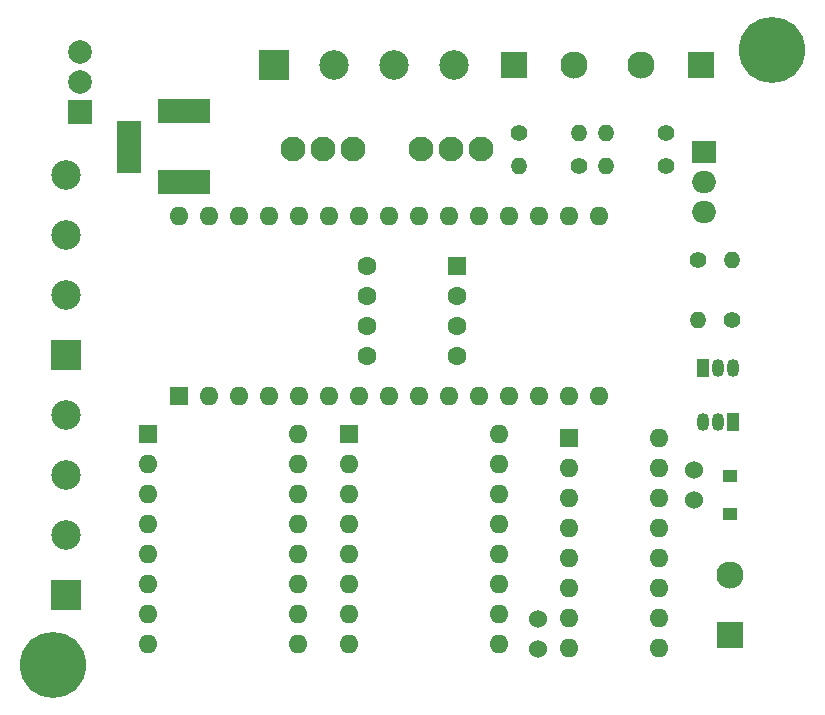
<source format=gbr>
%TF.GenerationSoftware,KiCad,Pcbnew,(5.1.9-0-10_14)*%
%TF.CreationDate,2021-04-17T23:10:34-04:00*%
%TF.ProjectId,BioreactorPCB,42696f72-6561-4637-946f-725043422e6b,rev?*%
%TF.SameCoordinates,Original*%
%TF.FileFunction,Soldermask,Top*%
%TF.FilePolarity,Negative*%
%FSLAX46Y46*%
G04 Gerber Fmt 4.6, Leading zero omitted, Abs format (unit mm)*
G04 Created by KiCad (PCBNEW (5.1.9-0-10_14)) date 2021-04-17 23:10:34*
%MOMM*%
%LPD*%
G01*
G04 APERTURE LIST*
%ADD10O,1.600000X1.600000*%
%ADD11R,1.600000X1.600000*%
%ADD12C,5.600000*%
%ADD13C,2.010000*%
%ADD14R,2.010000X2.010000*%
%ADD15O,1.400000X1.400000*%
%ADD16C,1.400000*%
%ADD17R,1.050000X1.500000*%
%ADD18O,1.050000X1.500000*%
%ADD19C,1.600000*%
%ADD20O,2.000000X1.905000*%
%ADD21R,2.000000X1.905000*%
%ADD22C,2.500000*%
%ADD23R,2.500000X2.500000*%
%ADD24C,2.300000*%
%ADD25R,2.200000X2.200000*%
%ADD26R,4.500000X2.000000*%
%ADD27R,2.000000X4.500000*%
%ADD28C,2.100000*%
%ADD29R,1.270000X1.120000*%
%ADD30C,1.524000*%
G04 APERTURE END LIST*
D10*
%TO.C,A2*%
X115860000Y-74460000D03*
X115860000Y-89700000D03*
X80300000Y-74460000D03*
X113320000Y-89700000D03*
X82840000Y-74460000D03*
X110780000Y-89700000D03*
X85380000Y-74460000D03*
X108240000Y-89700000D03*
X87920000Y-74460000D03*
X105700000Y-89700000D03*
X90460000Y-74460000D03*
X103160000Y-89700000D03*
X93000000Y-74460000D03*
X100620000Y-89700000D03*
X95540000Y-74460000D03*
X98080000Y-89700000D03*
X98080000Y-74460000D03*
X95540000Y-89700000D03*
X100620000Y-74460000D03*
X93000000Y-89700000D03*
X103160000Y-74460000D03*
X90460000Y-89700000D03*
X105700000Y-74460000D03*
X87920000Y-89700000D03*
X108240000Y-74460000D03*
X85380000Y-89700000D03*
X110780000Y-74460000D03*
X82840000Y-89700000D03*
X113320000Y-74460000D03*
D11*
X80300000Y-89700000D03*
%TD*%
D12*
%TO.C,REF\u002A\u002A*%
X69650000Y-112500000D03*
%TD*%
D13*
%TO.C,Q3*%
X71950000Y-60570000D03*
X71950000Y-63110000D03*
D14*
X71950000Y-65650000D03*
%TD*%
D12*
%TO.C,REF\u002A\u002A*%
X130550000Y-60450000D03*
%TD*%
D15*
%TO.C,R4*%
X116520000Y-67500000D03*
D16*
X121600000Y-67500000D03*
%TD*%
D15*
%TO.C,R3*%
X116520000Y-70300000D03*
D16*
X121600000Y-70300000D03*
%TD*%
D15*
%TO.C,R2*%
X109120000Y-70300000D03*
D16*
X114200000Y-70300000D03*
%TD*%
D15*
%TO.C,R1*%
X114230000Y-67500000D03*
D16*
X109150000Y-67500000D03*
%TD*%
D15*
%TO.C,R6*%
X124300000Y-83312000D03*
D16*
X124300000Y-78232000D03*
%TD*%
D15*
%TO.C,R5*%
X127200000Y-78220000D03*
D16*
X127200000Y-83300000D03*
%TD*%
D17*
%TO.C,U3*%
X124700000Y-87400000D03*
D18*
X127240000Y-87400000D03*
X125970000Y-87400000D03*
%TD*%
D10*
%TO.C,U2*%
X121020000Y-93300000D03*
X113400000Y-111080000D03*
X121020000Y-95840000D03*
X113400000Y-108540000D03*
X121020000Y-98380000D03*
X113400000Y-106000000D03*
X121020000Y-100920000D03*
X113400000Y-103460000D03*
X121020000Y-103460000D03*
X113400000Y-100920000D03*
X121020000Y-106000000D03*
X113400000Y-98380000D03*
X121020000Y-108540000D03*
X113400000Y-95840000D03*
X121020000Y-111080000D03*
D11*
X113400000Y-93300000D03*
%TD*%
D19*
%TO.C,U1*%
X96290000Y-78700000D03*
X96290000Y-81240000D03*
X96290000Y-83780000D03*
X96290000Y-86320000D03*
X103910000Y-86320000D03*
X103910000Y-83780000D03*
X103910000Y-81240000D03*
D11*
X103910000Y-78700000D03*
%TD*%
D20*
%TO.C,Q2*%
X124800000Y-74180000D03*
X124800000Y-71640000D03*
D21*
X124800000Y-69100000D03*
%TD*%
D17*
%TO.C,Q1*%
X127254000Y-91900000D03*
D18*
X124714000Y-91900000D03*
X125984000Y-91900000D03*
%TD*%
D22*
%TO.C,J9*%
X70770000Y-71030000D03*
X70770000Y-76110000D03*
X70770000Y-81190000D03*
D23*
X70770000Y-86270000D03*
%TD*%
D22*
%TO.C,J8*%
X103610000Y-61700000D03*
X98530000Y-61700000D03*
X93450000Y-61700000D03*
D23*
X88370000Y-61700000D03*
%TD*%
D22*
%TO.C,J7*%
X70770000Y-91360000D03*
X70770000Y-96440000D03*
X70770000Y-101520000D03*
D23*
X70770000Y-106600000D03*
%TD*%
D24*
%TO.C,J6*%
X119420000Y-61700000D03*
D25*
X124500000Y-61700000D03*
%TD*%
D24*
%TO.C,J5*%
X113780000Y-61700000D03*
D25*
X108700000Y-61700000D03*
%TD*%
D26*
%TO.C,J4*%
X80770000Y-65640000D03*
X80770000Y-71640000D03*
D27*
X76070000Y-68640000D03*
%TD*%
D24*
%TO.C,J3*%
X127000000Y-104902000D03*
D25*
X127000000Y-109982000D03*
%TD*%
D28*
%TO.C,J2*%
X95090000Y-68850000D03*
X92550000Y-68850000D03*
X90010000Y-68850000D03*
%TD*%
%TO.C,J1*%
X105930000Y-68850000D03*
X103390000Y-68850000D03*
X100850000Y-68850000D03*
%TD*%
D29*
%TO.C,IC1*%
X127000000Y-99700000D03*
X127000000Y-96500000D03*
%TD*%
D30*
%TO.C,C2*%
X110700000Y-111140000D03*
X110700000Y-108600000D03*
%TD*%
%TO.C,C1*%
X123952000Y-98540000D03*
X123952000Y-96000000D03*
%TD*%
D10*
%TO.C,A3*%
X90450000Y-92950000D03*
X77750000Y-110730000D03*
X90450000Y-95490000D03*
X77750000Y-108190000D03*
X90450000Y-98030000D03*
X77750000Y-105650000D03*
X90450000Y-100570000D03*
X77750000Y-103110000D03*
X90450000Y-103110000D03*
X77750000Y-100570000D03*
X90450000Y-105650000D03*
X77750000Y-98030000D03*
X90450000Y-108190000D03*
X77750000Y-95490000D03*
X90450000Y-110730000D03*
D11*
X77750000Y-92950000D03*
%TD*%
D10*
%TO.C,A1*%
X107450000Y-92950000D03*
X94750000Y-110730000D03*
X107450000Y-95490000D03*
X94750000Y-108190000D03*
X107450000Y-98030000D03*
X94750000Y-105650000D03*
X107450000Y-100570000D03*
X94750000Y-103110000D03*
X107450000Y-103110000D03*
X94750000Y-100570000D03*
X107450000Y-105650000D03*
X94750000Y-98030000D03*
X107450000Y-108190000D03*
X94750000Y-95490000D03*
X107450000Y-110730000D03*
D11*
X94750000Y-92950000D03*
%TD*%
M02*

</source>
